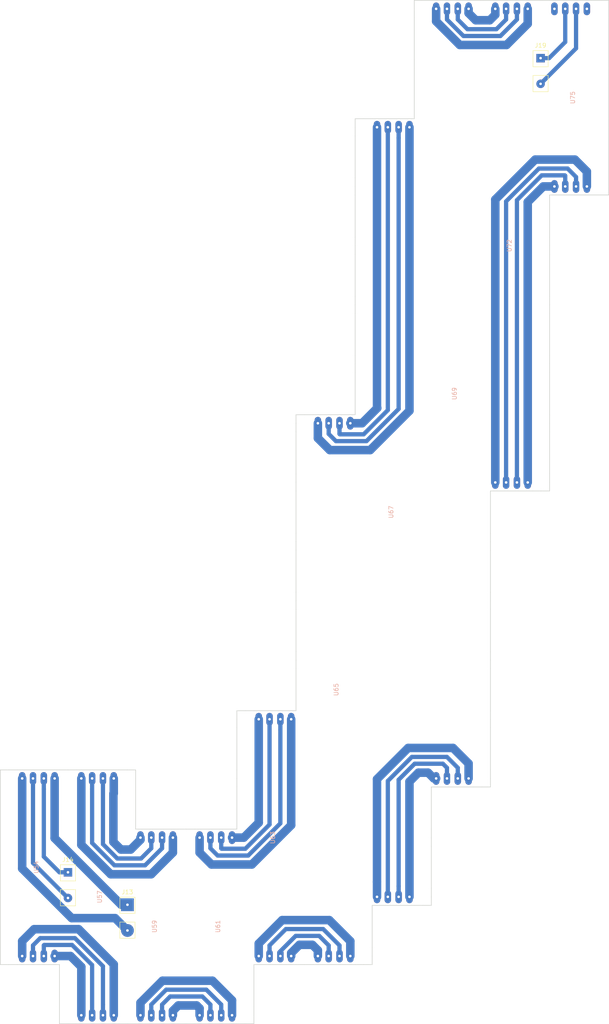
<source format=kicad_pcb>
(kicad_pcb (version 4) (host pcbnew 4.0.6)

  (general
    (links 42)
    (no_connects 0)
    (area 2.833199 2.3375 145.872101 242.6487)
    (thickness 1.6)
    (drawings 176)
    (tracks 201)
    (zones 0)
    (modules 13)
    (nets 43)
  )

  (page A4 portrait)
  (layers
    (0 F.Cu signal)
    (31 B.Cu signal)
    (32 B.Adhes user)
    (33 F.Adhes user hide)
    (34 B.Paste user)
    (35 F.Paste user hide)
    (36 B.SilkS user)
    (37 F.SilkS user hide)
    (38 B.Mask user)
    (39 F.Mask user hide)
    (40 Dwgs.User user)
    (41 Cmts.User user)
    (42 Eco1.User user)
    (43 Eco2.User user)
    (44 Edge.Cuts user)
    (45 Margin user hide)
    (46 B.CrtYd user)
    (47 F.CrtYd user hide)
    (48 B.Fab user)
    (49 F.Fab user)
  )

  (setup
    (last_trace_width 2)
    (trace_clearance 0.6)
    (zone_clearance 0.508)
    (zone_45_only no)
    (trace_min 0.2)
    (segment_width 0.2)
    (edge_width 0.15)
    (via_size 0.6)
    (via_drill 0.6)
    (via_min_size 0.4)
    (via_min_drill 0.3)
    (uvia_size 0.3)
    (uvia_drill 0.1)
    (uvias_allowed no)
    (uvia_min_size 0.2)
    (uvia_min_drill 0.1)
    (pcb_text_width 0.3)
    (pcb_text_size 1.5 1.5)
    (mod_edge_width 0.15)
    (mod_text_size 1 1)
    (mod_text_width 0.15)
    (pad_size 1.524 1.524)
    (pad_drill 0.6)
    (pad_to_mask_clearance 0.2)
    (aux_axis_origin 0 0)
    (visible_elements FFFFFFFF)
    (pcbplotparams
      (layerselection 0x01000_80000000)
      (usegerberextensions false)
      (excludeedgelayer true)
      (linewidth 0.100000)
      (plotframeref false)
      (viasonmask false)
      (mode 1)
      (useauxorigin false)
      (hpglpennumber 1)
      (hpglpenspeed 20)
      (hpglpendiameter 15)
      (hpglpenoverlay 2)
      (psnegative false)
      (psa4output false)
      (plotreference false)
      (plotvalue false)
      (plotinvisibletext false)
      (padsonsilk false)
      (subtractmaskfromsilk false)
      (outputformat 3)
      (mirror false)
      (drillshape 0)
      (scaleselection 1)
      (outputdirectory gerbers/))
  )

  (net 0 "")
  (net 1 +5V)
  (net 2 GND)
  (net 3 "Net-(U54-Pad5)")
  (net 4 "Net-(U54-Pad6)")
  (net 5 "Net-(U54-Pad7)")
  (net 6 "Net-(U54-Pad8)")
  (net 7 "Net-(U57-Pad5)")
  (net 8 "Net-(U57-Pad6)")
  (net 9 "Net-(U57-Pad7)")
  (net 10 "Net-(U57-Pad8)")
  (net 11 "Net-(U59-Pad5)")
  (net 12 "Net-(U59-Pad6)")
  (net 13 "Net-(U59-Pad7)")
  (net 14 "Net-(U59-Pad8)")
  (net 15 "Net-(U61-Pad5)")
  (net 16 "Net-(U61-Pad6)")
  (net 17 "Net-(U61-Pad7)")
  (net 18 "Net-(U61-Pad8)")
  (net 19 "Net-(U63-Pad5)")
  (net 20 "Net-(U63-Pad6)")
  (net 21 "Net-(U63-Pad7)")
  (net 22 "Net-(U63-Pad8)")
  (net 23 "Net-(U65-Pad5)")
  (net 24 "Net-(U65-Pad6)")
  (net 25 "Net-(U65-Pad7)")
  (net 26 "Net-(U65-Pad8)")
  (net 27 "Net-(U67-Pad5)")
  (net 28 "Net-(U67-Pad6)")
  (net 29 "Net-(U67-Pad7)")
  (net 30 "Net-(U67-Pad8)")
  (net 31 "Net-(U69-Pad5)")
  (net 32 "Net-(U69-Pad6)")
  (net 33 "Net-(U69-Pad7)")
  (net 34 "Net-(U69-Pad8)")
  (net 35 "Net-(U72-Pad5)")
  (net 36 "Net-(U72-Pad6)")
  (net 37 "Net-(U72-Pad7)")
  (net 38 "Net-(U72-Pad8)")
  (net 39 "Net-(J14-Pad1)")
  (net 40 "Net-(J14-Pad2)")
  (net 41 "Net-(J19-Pad1)")
  (net 42 "Net-(J19-Pad2)")

  (net_class Default "This is the default net class."
    (clearance 0.6)
    (trace_width 2)
    (via_dia 0.6)
    (via_drill 0.6)
    (uvia_dia 0.3)
    (uvia_drill 0.1)
    (add_net +5V)
    (add_net GND)
    (add_net "Net-(U54-Pad5)")
    (add_net "Net-(U54-Pad8)")
    (add_net "Net-(U57-Pad5)")
    (add_net "Net-(U57-Pad8)")
    (add_net "Net-(U59-Pad5)")
    (add_net "Net-(U59-Pad8)")
    (add_net "Net-(U61-Pad5)")
    (add_net "Net-(U61-Pad8)")
    (add_net "Net-(U63-Pad5)")
    (add_net "Net-(U63-Pad8)")
    (add_net "Net-(U65-Pad5)")
    (add_net "Net-(U65-Pad8)")
    (add_net "Net-(U67-Pad5)")
    (add_net "Net-(U67-Pad8)")
    (add_net "Net-(U69-Pad5)")
    (add_net "Net-(U69-Pad8)")
    (add_net "Net-(U72-Pad5)")
    (add_net "Net-(U72-Pad8)")
  )

  (net_class Signal ""
    (clearance 0.6)
    (trace_width 1)
    (via_dia 0.6)
    (via_drill 0.6)
    (uvia_dia 0.3)
    (uvia_drill 0.1)
    (add_net "Net-(J14-Pad1)")
    (add_net "Net-(J14-Pad2)")
    (add_net "Net-(J19-Pad1)")
    (add_net "Net-(J19-Pad2)")
    (add_net "Net-(U54-Pad6)")
    (add_net "Net-(U54-Pad7)")
    (add_net "Net-(U57-Pad6)")
    (add_net "Net-(U57-Pad7)")
    (add_net "Net-(U59-Pad6)")
    (add_net "Net-(U59-Pad7)")
    (add_net "Net-(U61-Pad6)")
    (add_net "Net-(U61-Pad7)")
    (add_net "Net-(U63-Pad6)")
    (add_net "Net-(U63-Pad7)")
    (add_net "Net-(U65-Pad6)")
    (add_net "Net-(U65-Pad7)")
    (add_net "Net-(U67-Pad6)")
    (add_net "Net-(U67-Pad7)")
    (add_net "Net-(U69-Pad6)")
    (add_net "Net-(U69-Pad7)")
    (add_net "Net-(U72-Pad6)")
    (add_net "Net-(U72-Pad7)")
  )

  (module apa102c_72m:APA102C_72m_x3 (layer B.Cu) (tedit 59559C0C) (tstamp 59559C0C)
    (at 11.8527 205.8264 270)
    (path /5954F143)
    (fp_text reference U54 (at 0 0.5 270) (layer B.SilkS)
      (effects (font (size 1 1) (thickness 0.15)))
    )
    (fp_text value APA102C_x3 (at 0 -0.5 270) (layer B.Fab)
      (effects (font (size 1 1) (thickness 0.15)))
    )
    (fp_line (start -20.8333 -5.08) (end -20.8333 5.08) (layer B.CrtYd) (width 0.15))
    (fp_line (start 20.8333 -5.08) (end -20.8333 -5.08) (layer B.CrtYd) (width 0.15))
    (fp_line (start 20.8333 5.08) (end 20.8333 -5.08) (layer B.CrtYd) (width 0.15))
    (fp_line (start -20.8333 5.08) (end 20.8333 5.08) (layer B.CrtYd) (width 0.15))
    (pad 1 thru_hole oval (at -20.8333 -3.81 270) (size 3 1.524) (drill 0.6) (layers *.Cu *.Mask)
      (net 2 GND))
    (pad 2 thru_hole oval (at -20.8333 -1.27 270) (size 3 1.524) (drill 0.6) (layers *.Cu *.Mask)
      (net 39 "Net-(J14-Pad1)"))
    (pad 3 thru_hole oval (at -20.8333 1.27 270) (size 3 1.524) (drill 0.6) (layers *.Cu *.Mask)
      (net 40 "Net-(J14-Pad2)"))
    (pad 4 thru_hole oval (at -20.8333 3.81 270) (size 3 1.524) (drill 0.6) (layers *.Cu *.Mask)
      (net 1 +5V))
    (pad 5 thru_hole oval (at 20.8333 -3.81 270) (size 3 1.524) (drill 0.6) (layers *.Cu *.Mask)
      (net 3 "Net-(U54-Pad5)"))
    (pad 6 thru_hole oval (at 20.8333 -1.27 270) (size 3 1.524) (drill 0.6) (layers *.Cu *.Mask)
      (net 4 "Net-(U54-Pad6)"))
    (pad 7 thru_hole oval (at 20.8333 1.27 270) (size 3 1.524) (drill 0.6) (layers *.Cu *.Mask)
      (net 5 "Net-(U54-Pad7)"))
    (pad 8 thru_hole oval (at 20.8333 3.81 270) (size 3 1.524) (drill 0.6) (layers *.Cu *.Mask)
      (net 6 "Net-(U54-Pad8)"))
  )

  (module apa102c_72m:APA102C_72m_x4 (layer B.Cu) (tedit 59559C0C) (tstamp 59559C0C)
    (at 25.7416 212.7709 90)
    (path /5954F146)
    (fp_text reference U57 (at 0 0.5 90) (layer B.SilkS)
      (effects (font (size 1 1) (thickness 0.15)))
    )
    (fp_text value APA102C_x4 (at 0 -0.5 90) (layer B.Fab)
      (effects (font (size 1 1) (thickness 0.15)))
    )
    (fp_line (start -27.7778 -5.08) (end -27.7778 5.08) (layer B.CrtYd) (width 0.15))
    (fp_line (start 27.7778 -5.08) (end -27.7778 -5.08) (layer B.CrtYd) (width 0.15))
    (fp_line (start 27.7778 5.08) (end 27.7778 -5.08) (layer B.CrtYd) (width 0.15))
    (fp_line (start -27.7778 5.08) (end 27.7778 5.08) (layer B.CrtYd) (width 0.15))
    (pad 1 thru_hole oval (at -27.7778 -3.81 90) (size 3 1.524) (drill 0.6) (layers *.Cu *.Mask)
      (net 3 "Net-(U54-Pad5)"))
    (pad 2 thru_hole oval (at -27.7778 -1.27 90) (size 3 1.524) (drill 0.6) (layers *.Cu *.Mask)
      (net 4 "Net-(U54-Pad6)"))
    (pad 3 thru_hole oval (at -27.7778 1.27 90) (size 3 1.524) (drill 0.6) (layers *.Cu *.Mask)
      (net 5 "Net-(U54-Pad7)"))
    (pad 4 thru_hole oval (at -27.7778 3.81 90) (size 3 1.524) (drill 0.6) (layers *.Cu *.Mask)
      (net 6 "Net-(U54-Pad8)"))
    (pad 5 thru_hole oval (at 27.7778 -3.81 90) (size 3 1.524) (drill 0.6) (layers *.Cu *.Mask)
      (net 7 "Net-(U57-Pad5)"))
    (pad 6 thru_hole oval (at 27.7778 -1.27 90) (size 3 1.524) (drill 0.6) (layers *.Cu *.Mask)
      (net 8 "Net-(U57-Pad6)"))
    (pad 7 thru_hole oval (at 27.7778 1.27 90) (size 3 1.524) (drill 0.6) (layers *.Cu *.Mask)
      (net 9 "Net-(U57-Pad7)"))
    (pad 8 thru_hole oval (at 27.7778 3.81 90) (size 3 1.524) (drill 0.6) (layers *.Cu *.Mask)
      (net 10 "Net-(U57-Pad8)"))
  )

  (module apa102c_72m:APA102C_72m_x3 (layer B.Cu) (tedit 59559C0C) (tstamp 59559C0C)
    (at 39.6304 219.7153 270)
    (path /5954F148)
    (fp_text reference U59 (at 0 0.5 270) (layer B.SilkS)
      (effects (font (size 1 1) (thickness 0.15)))
    )
    (fp_text value APA102C_x3 (at 0 -0.5 270) (layer B.Fab)
      (effects (font (size 1 1) (thickness 0.15)))
    )
    (fp_line (start -20.8333 -5.08) (end -20.8333 5.08) (layer B.CrtYd) (width 0.15))
    (fp_line (start 20.8333 -5.08) (end -20.8333 -5.08) (layer B.CrtYd) (width 0.15))
    (fp_line (start 20.8333 5.08) (end 20.8333 -5.08) (layer B.CrtYd) (width 0.15))
    (fp_line (start -20.8333 5.08) (end 20.8333 5.08) (layer B.CrtYd) (width 0.15))
    (pad 1 thru_hole oval (at -20.8333 -3.81 270) (size 3 1.524) (drill 0.6) (layers *.Cu *.Mask)
      (net 7 "Net-(U57-Pad5)"))
    (pad 2 thru_hole oval (at -20.8333 -1.27 270) (size 3 1.524) (drill 0.6) (layers *.Cu *.Mask)
      (net 8 "Net-(U57-Pad6)"))
    (pad 3 thru_hole oval (at -20.8333 1.27 270) (size 3 1.524) (drill 0.6) (layers *.Cu *.Mask)
      (net 9 "Net-(U57-Pad7)"))
    (pad 4 thru_hole oval (at -20.8333 3.81 270) (size 3 1.524) (drill 0.6) (layers *.Cu *.Mask)
      (net 10 "Net-(U57-Pad8)"))
    (pad 5 thru_hole oval (at 20.8333 -3.81 270) (size 3 1.524) (drill 0.6) (layers *.Cu *.Mask)
      (net 11 "Net-(U59-Pad5)"))
    (pad 6 thru_hole oval (at 20.8333 -1.27 270) (size 3 1.524) (drill 0.6) (layers *.Cu *.Mask)
      (net 12 "Net-(U59-Pad6)"))
    (pad 7 thru_hole oval (at 20.8333 1.27 270) (size 3 1.524) (drill 0.6) (layers *.Cu *.Mask)
      (net 13 "Net-(U59-Pad7)"))
    (pad 8 thru_hole oval (at 20.8333 3.81 270) (size 3 1.524) (drill 0.6) (layers *.Cu *.Mask)
      (net 14 "Net-(U59-Pad8)"))
  )

  (module apa102c_72m:APA102C_72m_x3 (layer B.Cu) (tedit 59559C0C) (tstamp 59559C0C)
    (at 53.5193 219.7153 90)
    (path /5954F14A)
    (fp_text reference U61 (at 0 0.5 90) (layer B.SilkS)
      (effects (font (size 1 1) (thickness 0.15)))
    )
    (fp_text value APA102C_x3 (at 0 -0.5 90) (layer B.Fab)
      (effects (font (size 1 1) (thickness 0.15)))
    )
    (fp_line (start -20.8333 -5.08) (end -20.8333 5.08) (layer B.CrtYd) (width 0.15))
    (fp_line (start 20.8333 -5.08) (end -20.8333 -5.08) (layer B.CrtYd) (width 0.15))
    (fp_line (start 20.8333 5.08) (end 20.8333 -5.08) (layer B.CrtYd) (width 0.15))
    (fp_line (start -20.8333 5.08) (end 20.8333 5.08) (layer B.CrtYd) (width 0.15))
    (pad 1 thru_hole oval (at -20.8333 -3.81 90) (size 3 1.524) (drill 0.6) (layers *.Cu *.Mask)
      (net 11 "Net-(U59-Pad5)"))
    (pad 2 thru_hole oval (at -20.8333 -1.27 90) (size 3 1.524) (drill 0.6) (layers *.Cu *.Mask)
      (net 12 "Net-(U59-Pad6)"))
    (pad 3 thru_hole oval (at -20.8333 1.27 90) (size 3 1.524) (drill 0.6) (layers *.Cu *.Mask)
      (net 13 "Net-(U59-Pad7)"))
    (pad 4 thru_hole oval (at -20.8333 3.81 90) (size 3 1.524) (drill 0.6) (layers *.Cu *.Mask)
      (net 14 "Net-(U59-Pad8)"))
    (pad 5 thru_hole oval (at 20.8333 -3.81 90) (size 3 1.524) (drill 0.6) (layers *.Cu *.Mask)
      (net 15 "Net-(U61-Pad5)"))
    (pad 6 thru_hole oval (at 20.8333 -1.27 90) (size 3 1.524) (drill 0.6) (layers *.Cu *.Mask)
      (net 16 "Net-(U61-Pad6)"))
    (pad 7 thru_hole oval (at 20.8333 1.27 90) (size 3 1.524) (drill 0.6) (layers *.Cu *.Mask)
      (net 17 "Net-(U61-Pad7)"))
    (pad 8 thru_hole oval (at 20.8333 3.81 90) (size 3 1.524) (drill 0.6) (layers *.Cu *.Mask)
      (net 18 "Net-(U61-Pad8)"))
  )

  (module apa102c_72m:APA102C_72m_x4 (layer B.Cu) (tedit 59559C0C) (tstamp 59559C0C)
    (at 67.4082 198.882 270)
    (path /5954F14C)
    (fp_text reference U63 (at 0 0.5 270) (layer B.SilkS)
      (effects (font (size 1 1) (thickness 0.15)))
    )
    (fp_text value APA102C_x4 (at 0 -0.5 270) (layer B.Fab)
      (effects (font (size 1 1) (thickness 0.15)))
    )
    (fp_line (start -27.7778 -5.08) (end -27.7778 5.08) (layer B.CrtYd) (width 0.15))
    (fp_line (start 27.7778 -5.08) (end -27.7778 -5.08) (layer B.CrtYd) (width 0.15))
    (fp_line (start 27.7778 5.08) (end 27.7778 -5.08) (layer B.CrtYd) (width 0.15))
    (fp_line (start -27.7778 5.08) (end 27.7778 5.08) (layer B.CrtYd) (width 0.15))
    (pad 1 thru_hole oval (at -27.7778 -3.81 270) (size 3 1.524) (drill 0.6) (layers *.Cu *.Mask)
      (net 15 "Net-(U61-Pad5)"))
    (pad 2 thru_hole oval (at -27.7778 -1.27 270) (size 3 1.524) (drill 0.6) (layers *.Cu *.Mask)
      (net 16 "Net-(U61-Pad6)"))
    (pad 3 thru_hole oval (at -27.7778 1.27 270) (size 3 1.524) (drill 0.6) (layers *.Cu *.Mask)
      (net 17 "Net-(U61-Pad7)"))
    (pad 4 thru_hole oval (at -27.7778 3.81 270) (size 3 1.524) (drill 0.6) (layers *.Cu *.Mask)
      (net 18 "Net-(U61-Pad8)"))
    (pad 5 thru_hole oval (at 27.7778 -3.81 270) (size 3 1.524) (drill 0.6) (layers *.Cu *.Mask)
      (net 19 "Net-(U63-Pad5)"))
    (pad 6 thru_hole oval (at 27.7778 -1.27 270) (size 3 1.524) (drill 0.6) (layers *.Cu *.Mask)
      (net 20 "Net-(U63-Pad6)"))
    (pad 7 thru_hole oval (at 27.7778 1.27 270) (size 3 1.524) (drill 0.6) (layers *.Cu *.Mask)
      (net 21 "Net-(U63-Pad7)"))
    (pad 8 thru_hole oval (at 27.7778 3.81 270) (size 3 1.524) (drill 0.6) (layers *.Cu *.Mask)
      (net 22 "Net-(U63-Pad8)"))
  )

  (module apa102c_72m:APA102C_72m_x9 (layer B.Cu) (tedit 59559C0C) (tstamp 59559C0C)
    (at 81.2971 164.1598 90)
    (path /5954F14E)
    (fp_text reference U65 (at 0 0.5 90) (layer B.SilkS)
      (effects (font (size 1 1) (thickness 0.15)))
    )
    (fp_text value APA102C_x9 (at 0 -0.5 90) (layer B.Fab)
      (effects (font (size 1 1) (thickness 0.15)))
    )
    (fp_line (start -62.5 -5.08) (end -62.5 5.08) (layer B.CrtYd) (width 0.15))
    (fp_line (start 62.5 -5.08) (end -62.5 -5.08) (layer B.CrtYd) (width 0.15))
    (fp_line (start 62.5 5.08) (end 62.5 -5.08) (layer B.CrtYd) (width 0.15))
    (fp_line (start -62.5 5.08) (end 62.5 5.08) (layer B.CrtYd) (width 0.15))
    (pad 1 thru_hole oval (at -62.5 -3.81 90) (size 3 1.524) (drill 0.6) (layers *.Cu *.Mask)
      (net 19 "Net-(U63-Pad5)"))
    (pad 2 thru_hole oval (at -62.5 -1.27 90) (size 3 1.524) (drill 0.6) (layers *.Cu *.Mask)
      (net 20 "Net-(U63-Pad6)"))
    (pad 3 thru_hole oval (at -62.5 1.27 90) (size 3 1.524) (drill 0.6) (layers *.Cu *.Mask)
      (net 21 "Net-(U63-Pad7)"))
    (pad 4 thru_hole oval (at -62.5 3.81 90) (size 3 1.524) (drill 0.6) (layers *.Cu *.Mask)
      (net 22 "Net-(U63-Pad8)"))
    (pad 5 thru_hole oval (at 62.5 -3.81 90) (size 3 1.524) (drill 0.6) (layers *.Cu *.Mask)
      (net 23 "Net-(U65-Pad5)"))
    (pad 6 thru_hole oval (at 62.5 -1.27 90) (size 3 1.524) (drill 0.6) (layers *.Cu *.Mask)
      (net 24 "Net-(U65-Pad6)"))
    (pad 7 thru_hole oval (at 62.5 1.27 90) (size 3 1.524) (drill 0.6) (layers *.Cu *.Mask)
      (net 25 "Net-(U65-Pad7)"))
    (pad 8 thru_hole oval (at 62.5 3.81 90) (size 3 1.524) (drill 0.6) (layers *.Cu *.Mask)
      (net 26 "Net-(U65-Pad8)"))
  )

  (module apa102c_72m:APA102C_72m_x13 (layer B.Cu) (tedit 59559C0C) (tstamp 59559C0C)
    (at 95.186 122.4931 270)
    (path /5954F150)
    (fp_text reference U67 (at 0 0.5 270) (layer B.SilkS)
      (effects (font (size 1 1) (thickness 0.15)))
    )
    (fp_text value APA102C_x13 (at 0 -0.5 270) (layer B.Fab)
      (effects (font (size 1 1) (thickness 0.15)))
    )
    (fp_line (start -90.2778 -5.08) (end -90.2778 5.08) (layer B.CrtYd) (width 0.15))
    (fp_line (start 90.2778 -5.08) (end -90.2778 -5.08) (layer B.CrtYd) (width 0.15))
    (fp_line (start 90.2778 5.08) (end 90.2778 -5.08) (layer B.CrtYd) (width 0.15))
    (fp_line (start -90.2778 5.08) (end 90.2778 5.08) (layer B.CrtYd) (width 0.15))
    (pad 1 thru_hole oval (at -90.2778 -3.81 270) (size 3 1.524) (drill 0.6) (layers *.Cu *.Mask)
      (net 23 "Net-(U65-Pad5)"))
    (pad 2 thru_hole oval (at -90.2778 -1.27 270) (size 3 1.524) (drill 0.6) (layers *.Cu *.Mask)
      (net 24 "Net-(U65-Pad6)"))
    (pad 3 thru_hole oval (at -90.2778 1.27 270) (size 3 1.524) (drill 0.6) (layers *.Cu *.Mask)
      (net 25 "Net-(U65-Pad7)"))
    (pad 4 thru_hole oval (at -90.2778 3.81 270) (size 3 1.524) (drill 0.6) (layers *.Cu *.Mask)
      (net 26 "Net-(U65-Pad8)"))
    (pad 5 thru_hole oval (at 90.2778 -3.81 270) (size 3 1.524) (drill 0.6) (layers *.Cu *.Mask)
      (net 27 "Net-(U67-Pad5)"))
    (pad 6 thru_hole oval (at 90.2778 -1.27 270) (size 3 1.524) (drill 0.6) (layers *.Cu *.Mask)
      (net 28 "Net-(U67-Pad6)"))
    (pad 7 thru_hole oval (at 90.2778 1.27 270) (size 3 1.524) (drill 0.6) (layers *.Cu *.Mask)
      (net 29 "Net-(U67-Pad7)"))
    (pad 8 thru_hole oval (at 90.2778 3.81 270) (size 3 1.524) (drill 0.6) (layers *.Cu *.Mask)
      (net 30 "Net-(U67-Pad8)"))
  )

  (module apa102c_72m:APA102C_72m_x13 (layer B.Cu) (tedit 59559C0C) (tstamp 59559C0C)
    (at 109.0749 94.7153 90)
    (path /5954F152)
    (fp_text reference U69 (at 0 0.5 90) (layer B.SilkS)
      (effects (font (size 1 1) (thickness 0.15)))
    )
    (fp_text value APA102C_x13 (at 0 -0.5 90) (layer B.Fab)
      (effects (font (size 1 1) (thickness 0.15)))
    )
    (fp_line (start -90.2778 -5.08) (end -90.2778 5.08) (layer B.CrtYd) (width 0.15))
    (fp_line (start 90.2778 -5.08) (end -90.2778 -5.08) (layer B.CrtYd) (width 0.15))
    (fp_line (start 90.2778 5.08) (end 90.2778 -5.08) (layer B.CrtYd) (width 0.15))
    (fp_line (start -90.2778 5.08) (end 90.2778 5.08) (layer B.CrtYd) (width 0.15))
    (pad 1 thru_hole oval (at -90.2778 -3.81 90) (size 3 1.524) (drill 0.6) (layers *.Cu *.Mask)
      (net 27 "Net-(U67-Pad5)"))
    (pad 2 thru_hole oval (at -90.2778 -1.27 90) (size 3 1.524) (drill 0.6) (layers *.Cu *.Mask)
      (net 28 "Net-(U67-Pad6)"))
    (pad 3 thru_hole oval (at -90.2778 1.27 90) (size 3 1.524) (drill 0.6) (layers *.Cu *.Mask)
      (net 29 "Net-(U67-Pad7)"))
    (pad 4 thru_hole oval (at -90.2778 3.81 90) (size 3 1.524) (drill 0.6) (layers *.Cu *.Mask)
      (net 30 "Net-(U67-Pad8)"))
    (pad 5 thru_hole oval (at 90.2778 -3.81 90) (size 3 1.524) (drill 0.6) (layers *.Cu *.Mask)
      (net 31 "Net-(U69-Pad5)"))
    (pad 6 thru_hole oval (at 90.2778 -1.27 90) (size 3 1.524) (drill 0.6) (layers *.Cu *.Mask)
      (net 32 "Net-(U69-Pad6)"))
    (pad 7 thru_hole oval (at 90.2778 1.27 90) (size 3 1.524) (drill 0.6) (layers *.Cu *.Mask)
      (net 33 "Net-(U69-Pad7)"))
    (pad 8 thru_hole oval (at 90.2778 3.81 90) (size 3 1.524) (drill 0.6) (layers *.Cu *.Mask)
      (net 34 "Net-(U69-Pad8)"))
  )

  (module apa102c_72m:APA102C_72m_x8 (layer B.Cu) (tedit 59559C0C) (tstamp 59559C0C)
    (at 122.9638 59.9931 270)
    (path /5954F155)
    (fp_text reference U72 (at 0 0.5 270) (layer B.SilkS)
      (effects (font (size 1 1) (thickness 0.15)))
    )
    (fp_text value APA102C_x8 (at 0 -0.5 270) (layer B.Fab)
      (effects (font (size 1 1) (thickness 0.15)))
    )
    (fp_line (start -55.5556 -5.08) (end -55.5556 5.08) (layer B.CrtYd) (width 0.15))
    (fp_line (start 55.5556 -5.08) (end -55.5556 -5.08) (layer B.CrtYd) (width 0.15))
    (fp_line (start 55.5556 5.08) (end 55.5556 -5.08) (layer B.CrtYd) (width 0.15))
    (fp_line (start -55.5556 5.08) (end 55.5556 5.08) (layer B.CrtYd) (width 0.15))
    (pad 1 thru_hole oval (at -55.5556 -3.81 270) (size 3 1.524) (drill 0.6) (layers *.Cu *.Mask)
      (net 31 "Net-(U69-Pad5)"))
    (pad 2 thru_hole oval (at -55.5556 -1.27 270) (size 3 1.524) (drill 0.6) (layers *.Cu *.Mask)
      (net 32 "Net-(U69-Pad6)"))
    (pad 3 thru_hole oval (at -55.5556 1.27 270) (size 3 1.524) (drill 0.6) (layers *.Cu *.Mask)
      (net 33 "Net-(U69-Pad7)"))
    (pad 4 thru_hole oval (at -55.5556 3.81 270) (size 3 1.524) (drill 0.6) (layers *.Cu *.Mask)
      (net 34 "Net-(U69-Pad8)"))
    (pad 5 thru_hole oval (at 55.5556 -3.81 270) (size 3 1.524) (drill 0.6) (layers *.Cu *.Mask)
      (net 35 "Net-(U72-Pad5)"))
    (pad 6 thru_hole oval (at 55.5556 -1.27 270) (size 3 1.524) (drill 0.6) (layers *.Cu *.Mask)
      (net 36 "Net-(U72-Pad6)"))
    (pad 7 thru_hole oval (at 55.5556 1.27 270) (size 3 1.524) (drill 0.6) (layers *.Cu *.Mask)
      (net 37 "Net-(U72-Pad7)"))
    (pad 8 thru_hole oval (at 55.5556 3.81 270) (size 3 1.524) (drill 0.6) (layers *.Cu *.Mask)
      (net 38 "Net-(U72-Pad8)"))
  )

  (module apa102c_72m:APA102C_72m_x3 (layer B.Cu) (tedit 59559C0C) (tstamp 59559C0C)
    (at 136.8527 25.2709 90)
    (path /5954F158)
    (fp_text reference U75 (at 0 0.5 90) (layer B.SilkS)
      (effects (font (size 1 1) (thickness 0.15)))
    )
    (fp_text value APA102C_x3 (at 0 -0.5 90) (layer B.Fab)
      (effects (font (size 1 1) (thickness 0.15)))
    )
    (fp_line (start -20.8333 -5.08) (end -20.8333 5.08) (layer B.CrtYd) (width 0.15))
    (fp_line (start 20.8333 -5.08) (end -20.8333 -5.08) (layer B.CrtYd) (width 0.15))
    (fp_line (start 20.8333 5.08) (end 20.8333 -5.08) (layer B.CrtYd) (width 0.15))
    (fp_line (start -20.8333 5.08) (end 20.8333 5.08) (layer B.CrtYd) (width 0.15))
    (pad 1 thru_hole oval (at -20.8333 -3.81 90) (size 3 1.524) (drill 0.6) (layers *.Cu *.Mask)
      (net 35 "Net-(U72-Pad5)"))
    (pad 2 thru_hole oval (at -20.8333 -1.27 90) (size 3 1.524) (drill 0.6) (layers *.Cu *.Mask)
      (net 36 "Net-(U72-Pad6)"))
    (pad 3 thru_hole oval (at -20.8333 1.27 90) (size 3 1.524) (drill 0.6) (layers *.Cu *.Mask)
      (net 37 "Net-(U72-Pad7)"))
    (pad 4 thru_hole oval (at -20.8333 3.81 90) (size 3 1.524) (drill 0.6) (layers *.Cu *.Mask)
      (net 38 "Net-(U72-Pad8)"))
    (pad 5 thru_hole oval (at 20.8333 -3.81 90) (size 3 1.524) (drill 0.6) (layers *.Cu *.Mask))
    (pad 6 thru_hole oval (at 20.8333 -1.27 90) (size 3 1.524) (drill 0.6) (layers *.Cu *.Mask)
      (net 41 "Net-(J19-Pad1)"))
    (pad 7 thru_hole oval (at 20.8333 1.27 90) (size 3 1.524) (drill 0.6) (layers *.Cu *.Mask)
      (net 42 "Net-(J19-Pad2)"))
    (pad 8 thru_hole oval (at 20.8333 3.81 90) (size 3 1.524) (drill 0.6) (layers *.Cu *.Mask))
  )

  (module connector:Sign_Connector (layer F.Cu) (tedit 59623399) (tstamp 596234DF)
    (at 129.794 18.034)
    (descr "Sign connector")
    (path /5969201B)
    (fp_text reference J19 (at 0 -5) (layer F.SilkS)
      (effects (font (size 1 1) (thickness 0.15)))
    )
    (fp_text value CONN_01X02 (at 0 7) (layer F.Fab)
      (effects (font (size 1 1) (thickness 0.15)))
    )
    (fp_line (start -1.778 -3.81) (end -1.778 5.842) (layer F.Fab) (width 0.1))
    (fp_line (start -1.778 5.842) (end 1.778 5.842) (layer F.Fab) (width 0.1))
    (fp_line (start 1.778 5.842) (end 1.778 -3.81) (layer F.Fab) (width 0.1))
    (fp_line (start 1.778 -3.81) (end -1.778 -3.81) (layer F.Fab) (width 0.1))
    (fp_line (start -1.778 2.032) (end -1.778 5.842) (layer F.SilkS) (width 0.12))
    (fp_line (start -1.778 5.842) (end 1.778 5.842) (layer F.SilkS) (width 0.12))
    (fp_line (start 1.778 5.842) (end 1.778 2.032) (layer F.SilkS) (width 0.12))
    (fp_line (start 1.778 2.032) (end -1.778 2.032) (layer F.SilkS) (width 0.12))
    (fp_line (start -1.778 0) (end -1.778 -3.81) (layer F.SilkS) (width 0.12))
    (fp_line (start -1.778 0) (end 1.778 0) (layer F.SilkS) (width 0.12))
    (fp_line (start -2.032 -4.064) (end -2.032 6.096) (layer F.CrtYd) (width 0.05))
    (fp_line (start -2.032 6.096) (end 2.032 6.096) (layer F.CrtYd) (width 0.05))
    (fp_line (start 2.032 6.096) (end 2.032 -4.064) (layer F.CrtYd) (width 0.05))
    (fp_line (start 2.032 -4.064) (end -2.032 -4.064) (layer F.CrtYd) (width 0.05))
    (fp_text user %R (at 0 -5) (layer F.Fab)
      (effects (font (size 1 1) (thickness 0.15)))
    )
    (fp_line (start 1.778 0) (end 1.778 -3.81) (layer F.SilkS) (width 0.12))
    (fp_line (start -1.778 -3.81) (end 1.778 -3.81) (layer F.SilkS) (width 0.12))
    (pad 1 thru_hole rect (at 0 -2.032) (size 2 2) (drill 0.6) (layers *.Cu *.Mask)
      (net 41 "Net-(J19-Pad1)"))
    (pad 2 thru_hole oval (at 0 4) (size 2 2) (drill 0.6) (layers *.Cu *.Mask)
      (net 42 "Net-(J19-Pad2)"))
    (model ${KISYS3DMOD}/Pin_Headers.3dshapes/Pin_Header_Straight_1x02_Pitch2.54mm.wrl
      (at (xyz 0 -0.05 0))
      (scale (xyz 1 1 1))
      (rotate (xyz 0 0 90))
    )
  )

  (module connector:Sign_Connector (layer F.Cu) (tedit 59623399) (tstamp 596234C6)
    (at 18.796 209.042)
    (descr "Sign connector")
    (path /59686EFA)
    (fp_text reference J14 (at 0 -5) (layer F.SilkS)
      (effects (font (size 1 1) (thickness 0.15)))
    )
    (fp_text value CONN_01X02 (at 0 7) (layer F.Fab)
      (effects (font (size 1 1) (thickness 0.15)))
    )
    (fp_line (start -1.778 -3.81) (end -1.778 5.842) (layer F.Fab) (width 0.1))
    (fp_line (start -1.778 5.842) (end 1.778 5.842) (layer F.Fab) (width 0.1))
    (fp_line (start 1.778 5.842) (end 1.778 -3.81) (layer F.Fab) (width 0.1))
    (fp_line (start 1.778 -3.81) (end -1.778 -3.81) (layer F.Fab) (width 0.1))
    (fp_line (start -1.778 2.032) (end -1.778 5.842) (layer F.SilkS) (width 0.12))
    (fp_line (start -1.778 5.842) (end 1.778 5.842) (layer F.SilkS) (width 0.12))
    (fp_line (start 1.778 5.842) (end 1.778 2.032) (layer F.SilkS) (width 0.12))
    (fp_line (start 1.778 2.032) (end -1.778 2.032) (layer F.SilkS) (width 0.12))
    (fp_line (start -1.778 0) (end -1.778 -3.81) (layer F.SilkS) (width 0.12))
    (fp_line (start -1.778 0) (end 1.778 0) (layer F.SilkS) (width 0.12))
    (fp_line (start -2.032 -4.064) (end -2.032 6.096) (layer F.CrtYd) (width 0.05))
    (fp_line (start -2.032 6.096) (end 2.032 6.096) (layer F.CrtYd) (width 0.05))
    (fp_line (start 2.032 6.096) (end 2.032 -4.064) (layer F.CrtYd) (width 0.05))
    (fp_line (start 2.032 -4.064) (end -2.032 -4.064) (layer F.CrtYd) (width 0.05))
    (fp_text user %R (at 0 -5) (layer F.Fab)
      (effects (font (size 1 1) (thickness 0.15)))
    )
    (fp_line (start 1.778 0) (end 1.778 -3.81) (layer F.SilkS) (width 0.12))
    (fp_line (start -1.778 -3.81) (end 1.778 -3.81) (layer F.SilkS) (width 0.12))
    (pad 1 thru_hole rect (at 0 -2.032) (size 2 2) (drill 0.6) (layers *.Cu *.Mask)
      (net 39 "Net-(J14-Pad1)"))
    (pad 2 thru_hole oval (at 0 4) (size 2 2) (drill 0.6) (layers *.Cu *.Mask)
      (net 40 "Net-(J14-Pad2)"))
    (model ${KISYS3DMOD}/Pin_Headers.3dshapes/Pin_Header_Straight_1x02_Pitch2.54mm.wrl
      (at (xyz 0 -0.05 0))
      (scale (xyz 1 1 1))
      (rotate (xyz 0 0 90))
    )
  )

  (module connector:Power_Connector (layer F.Cu) (tedit 596231DD) (tstamp 5962F43F)
    (at 32.766 216.662)
    (descr "Power connector")
    (path /59686EF4)
    (fp_text reference J13 (at 0 -5) (layer F.SilkS)
      (effects (font (size 1 1) (thickness 0.15)))
    )
    (fp_text value CONN_01X02 (at 0 7) (layer F.Fab)
      (effects (font (size 1 1) (thickness 0.15)))
    )
    (fp_line (start -1.778 -3.81) (end -1.778 5.842) (layer F.Fab) (width 0.1))
    (fp_line (start -1.778 5.842) (end 1.778 5.842) (layer F.Fab) (width 0.1))
    (fp_line (start 1.778 5.842) (end 1.778 -3.81) (layer F.Fab) (width 0.1))
    (fp_line (start 1.778 -3.81) (end -1.778 -3.81) (layer F.Fab) (width 0.1))
    (fp_line (start -1.778 2.032) (end -1.778 5.842) (layer F.SilkS) (width 0.12))
    (fp_line (start -1.778 5.842) (end 1.778 5.842) (layer F.SilkS) (width 0.12))
    (fp_line (start 1.778 5.842) (end 1.778 2.032) (layer F.SilkS) (width 0.12))
    (fp_line (start 1.778 2.032) (end -1.778 2.032) (layer F.SilkS) (width 0.12))
    (fp_line (start -1.778 0) (end -1.778 -3.81) (layer F.SilkS) (width 0.12))
    (fp_line (start -1.778 0) (end 1.778 0) (layer F.SilkS) (width 0.12))
    (fp_line (start -2.032 -4.064) (end -2.032 6.096) (layer F.CrtYd) (width 0.05))
    (fp_line (start -2.032 6.096) (end 2.032 6.096) (layer F.CrtYd) (width 0.05))
    (fp_line (start 2.032 6.096) (end 2.032 -4.064) (layer F.CrtYd) (width 0.05))
    (fp_line (start 2.032 -4.064) (end -2.032 -4.064) (layer F.CrtYd) (width 0.05))
    (fp_text user %R (at 0 -5) (layer F.Fab)
      (effects (font (size 1 1) (thickness 0.15)))
    )
    (fp_line (start 1.778 0) (end 1.778 -3.81) (layer F.SilkS) (width 0.12))
    (fp_line (start -1.778 -3.81) (end 1.778 -3.81) (layer F.SilkS) (width 0.12))
    (pad 1 thru_hole rect (at 0 -2.032) (size 3 3) (drill 0.6) (layers *.Cu *.Mask)
      (net 2 GND))
    (pad 2 thru_hole oval (at 0 4) (size 3 3) (drill 0.6) (layers *.Cu *.Mask)
      (net 1 +5V))
    (model ${KISYS3DMOD}/Pin_Headers.3dshapes/Pin_Header_Straight_1x02_Pitch2.54mm.wrl
      (at (xyz 0 -0.05 0))
      (scale (xyz 1 1 1))
      (rotate (xyz 0 0 90))
    )
  )

  (gr_line (start 100.1304 2.4376) (end 102.1304 2.4376) (layer Edge.Cuts) (width 0.15))
  (gr_line (start 100.1304 2.4376) (end 100.1304 4.4376) (layer Edge.Cuts) (width 0.15))
  (gr_line (start 104.1304 2.4376) (end 114.0193 2.4376) (layer Edge.Cuts) (width 0.15))
  (gr_line (start 114.0193 2.4376) (end 116.0193 2.4376) (layer Edge.Cuts) (width 0.15))
  (gr_line (start 102.1304 2.4376) (end 104.1304 2.4376) (layer Edge.Cuts) (width 0.15))
  (gr_line (start 118.0193 2.4376) (end 127.9082 2.4376) (layer Edge.Cuts) (width 0.15))
  (gr_line (start 127.9082 2.4376) (end 129.9082 2.4376) (layer Edge.Cuts) (width 0.15))
  (gr_line (start 116.0193 2.4376) (end 118.0193 2.4376) (layer Edge.Cuts) (width 0.15))
  (gr_line (start 131.9082 2.4376) (end 141.7971 2.4376) (layer Edge.Cuts) (width 0.15))
  (gr_line (start 141.7971 2.4376) (end 143.7971 2.4376) (layer Edge.Cuts) (width 0.15))
  (gr_line (start 129.9082 2.4376) (end 131.9082 2.4376) (layer Edge.Cuts) (width 0.15))
  (gr_line (start 145.7971 2.4376) (end 145.7971 4.4376) (layer Edge.Cuts) (width 0.15))
  (gr_line (start 143.7971 2.4376) (end 145.7971 2.4376) (layer Edge.Cuts) (width 0.15))
  (gr_line (start 100.1304 4.4376) (end 100.1304 6.4376) (layer Edge.Cuts) (width 0.15))
  (gr_line (start 100.1304 16.3264) (end 100.1304 18.3264) (layer Edge.Cuts) (width 0.15))
  (gr_line (start 100.1304 6.4376) (end 100.1304 16.3264) (layer Edge.Cuts) (width 0.15))
  (gr_line (start 145.7971 4.4376) (end 145.7971 6.4376) (layer Edge.Cuts) (width 0.15))
  (gr_line (start 145.7971 6.4376) (end 145.7971 16.3264) (layer Edge.Cuts) (width 0.15))
  (gr_line (start 145.7971 16.3264) (end 145.7971 18.3264) (layer Edge.Cuts) (width 0.15))
  (gr_line (start 86.2416 30.2153) (end 88.2416 30.2153) (layer Edge.Cuts) (width 0.15))
  (gr_line (start 86.2416 30.2153) (end 86.2416 32.2153) (layer Edge.Cuts) (width 0.15))
  (gr_line (start 100.1304 18.3264) (end 100.1304 20.3264) (layer Edge.Cuts) (width 0.15))
  (gr_line (start 90.2416 30.2153) (end 100.1304 30.2153) (layer Edge.Cuts) (width 0.15))
  (gr_line (start 88.2416 30.2153) (end 90.2416 30.2153) (layer Edge.Cuts) (width 0.15))
  (gr_line (start 100.1304 20.3264) (end 100.1304 30.2153) (layer Edge.Cuts) (width 0.15))
  (gr_line (start 145.7971 18.3264) (end 145.7971 20.3264) (layer Edge.Cuts) (width 0.15))
  (gr_line (start 145.7971 20.3264) (end 145.7971 30.2153) (layer Edge.Cuts) (width 0.15))
  (gr_line (start 145.7971 30.2153) (end 145.7971 32.2153) (layer Edge.Cuts) (width 0.15))
  (gr_line (start 86.2416 32.2153) (end 86.2416 34.2153) (layer Edge.Cuts) (width 0.15))
  (gr_line (start 86.2416 44.1042) (end 86.2416 46.1042) (layer Edge.Cuts) (width 0.15))
  (gr_line (start 86.2416 34.2153) (end 86.2416 44.1042) (layer Edge.Cuts) (width 0.15))
  (gr_line (start 145.7971 32.2153) (end 145.7971 34.2153) (layer Edge.Cuts) (width 0.15))
  (gr_line (start 145.7971 34.2153) (end 145.7971 44.1042) (layer Edge.Cuts) (width 0.15))
  (gr_line (start 145.7971 44.1042) (end 145.7971 46.1042) (layer Edge.Cuts) (width 0.15))
  (gr_line (start 86.2416 46.1042) (end 86.2416 48.1042) (layer Edge.Cuts) (width 0.15))
  (gr_line (start 86.2416 57.9931) (end 86.2416 59.9931) (layer Edge.Cuts) (width 0.15))
  (gr_line (start 86.2416 48.1042) (end 86.2416 57.9931) (layer Edge.Cuts) (width 0.15))
  (gr_line (start 131.9082 48.1042) (end 141.7971 48.1042) (layer Edge.Cuts) (width 0.15))
  (gr_line (start 141.7971 48.1042) (end 143.7971 48.1042) (layer Edge.Cuts) (width 0.15))
  (gr_line (start 131.9082 48.1042) (end 131.9082 57.9931) (layer Edge.Cuts) (width 0.15))
  (gr_line (start 131.9082 57.9931) (end 131.9082 59.9931) (layer Edge.Cuts) (width 0.15))
  (gr_line (start 145.7971 46.1042) (end 145.7971 48.1042) (layer Edge.Cuts) (width 0.15))
  (gr_line (start 143.7971 48.1042) (end 145.7971 48.1042) (layer Edge.Cuts) (width 0.15))
  (gr_line (start 86.2416 59.9931) (end 86.2416 61.9931) (layer Edge.Cuts) (width 0.15))
  (gr_line (start 86.2416 71.882) (end 86.2416 73.882) (layer Edge.Cuts) (width 0.15))
  (gr_line (start 86.2416 61.9931) (end 86.2416 71.882) (layer Edge.Cuts) (width 0.15))
  (gr_line (start 131.9082 59.9931) (end 131.9082 61.9931) (layer Edge.Cuts) (width 0.15))
  (gr_line (start 131.9082 61.9931) (end 131.9082 71.882) (layer Edge.Cuts) (width 0.15))
  (gr_line (start 131.9082 71.882) (end 131.9082 73.882) (layer Edge.Cuts) (width 0.15))
  (gr_line (start 86.2416 73.882) (end 86.2416 75.882) (layer Edge.Cuts) (width 0.15))
  (gr_line (start 86.2416 85.7709) (end 86.2416 87.7709) (layer Edge.Cuts) (width 0.15))
  (gr_line (start 86.2416 75.882) (end 86.2416 85.7709) (layer Edge.Cuts) (width 0.15))
  (gr_line (start 131.9082 73.882) (end 131.9082 75.882) (layer Edge.Cuts) (width 0.15))
  (gr_line (start 131.9082 75.882) (end 131.9082 85.7709) (layer Edge.Cuts) (width 0.15))
  (gr_line (start 131.9082 85.7709) (end 131.9082 87.7709) (layer Edge.Cuts) (width 0.15))
  (gr_line (start 72.3527 99.6598) (end 74.3527 99.6598) (layer Edge.Cuts) (width 0.15))
  (gr_line (start 72.3527 99.6598) (end 72.3527 101.6598) (layer Edge.Cuts) (width 0.15))
  (gr_line (start 86.2416 87.7709) (end 86.2416 89.7709) (layer Edge.Cuts) (width 0.15))
  (gr_line (start 76.3527 99.6598) (end 86.2416 99.6598) (layer Edge.Cuts) (width 0.15))
  (gr_line (start 74.3527 99.6598) (end 76.3527 99.6598) (layer Edge.Cuts) (width 0.15))
  (gr_line (start 86.2416 89.7709) (end 86.2416 99.6598) (layer Edge.Cuts) (width 0.15))
  (gr_line (start 131.9082 87.7709) (end 131.9082 89.7709) (layer Edge.Cuts) (width 0.15))
  (gr_line (start 131.9082 89.7709) (end 131.9082 99.6598) (layer Edge.Cuts) (width 0.15))
  (gr_line (start 131.9082 99.6598) (end 131.9082 101.6598) (layer Edge.Cuts) (width 0.15))
  (gr_line (start 72.3527 101.6598) (end 72.3527 103.6598) (layer Edge.Cuts) (width 0.15))
  (gr_line (start 72.3527 113.5487) (end 72.3527 115.5487) (layer Edge.Cuts) (width 0.15))
  (gr_line (start 72.3527 103.6598) (end 72.3527 113.5487) (layer Edge.Cuts) (width 0.15))
  (gr_line (start 131.9082 101.6598) (end 131.9082 103.6598) (layer Edge.Cuts) (width 0.15))
  (gr_line (start 131.9082 103.6598) (end 131.9082 113.5487) (layer Edge.Cuts) (width 0.15))
  (gr_line (start 131.9082 113.5487) (end 131.9082 115.5487) (layer Edge.Cuts) (width 0.15))
  (gr_line (start 72.3527 115.5487) (end 72.3527 117.5487) (layer Edge.Cuts) (width 0.15))
  (gr_line (start 72.3527 127.4376) (end 72.3527 129.4376) (layer Edge.Cuts) (width 0.15))
  (gr_line (start 72.3527 117.5487) (end 72.3527 127.4376) (layer Edge.Cuts) (width 0.15))
  (gr_line (start 118.0193 117.5487) (end 127.9082 117.5487) (layer Edge.Cuts) (width 0.15))
  (gr_line (start 127.9082 117.5487) (end 129.9082 117.5487) (layer Edge.Cuts) (width 0.15))
  (gr_line (start 118.0193 117.5487) (end 118.0193 127.4376) (layer Edge.Cuts) (width 0.15))
  (gr_line (start 118.0193 127.4376) (end 118.0193 129.4376) (layer Edge.Cuts) (width 0.15))
  (gr_line (start 131.9082 115.5487) (end 131.9082 117.5487) (layer Edge.Cuts) (width 0.15))
  (gr_line (start 129.9082 117.5487) (end 131.9082 117.5487) (layer Edge.Cuts) (width 0.15))
  (gr_line (start 72.3527 129.4376) (end 72.3527 131.4376) (layer Edge.Cuts) (width 0.15))
  (gr_line (start 72.3527 141.3264) (end 72.3527 143.3264) (layer Edge.Cuts) (width 0.15))
  (gr_line (start 72.3527 131.4376) (end 72.3527 141.3264) (layer Edge.Cuts) (width 0.15))
  (gr_line (start 118.0193 129.4376) (end 118.0193 131.4376) (layer Edge.Cuts) (width 0.15))
  (gr_line (start 118.0193 131.4376) (end 118.0193 141.3264) (layer Edge.Cuts) (width 0.15))
  (gr_line (start 118.0193 141.3264) (end 118.0193 143.3264) (layer Edge.Cuts) (width 0.15))
  (gr_line (start 72.3527 143.3264) (end 72.3527 145.3264) (layer Edge.Cuts) (width 0.15))
  (gr_line (start 72.3527 155.2153) (end 72.3527 157.2153) (layer Edge.Cuts) (width 0.15))
  (gr_line (start 72.3527 145.3264) (end 72.3527 155.2153) (layer Edge.Cuts) (width 0.15))
  (gr_line (start 118.0193 143.3264) (end 118.0193 145.3264) (layer Edge.Cuts) (width 0.15))
  (gr_line (start 118.0193 145.3264) (end 118.0193 155.2153) (layer Edge.Cuts) (width 0.15))
  (gr_line (start 118.0193 155.2153) (end 118.0193 157.2153) (layer Edge.Cuts) (width 0.15))
  (gr_line (start 58.4638 169.1042) (end 60.4638 169.1042) (layer Edge.Cuts) (width 0.15))
  (gr_line (start 58.4638 169.1042) (end 58.4638 171.1042) (layer Edge.Cuts) (width 0.15))
  (gr_line (start 72.3527 157.2153) (end 72.3527 159.2153) (layer Edge.Cuts) (width 0.15))
  (gr_line (start 62.4638 169.1042) (end 72.3527 169.1042) (layer Edge.Cuts) (width 0.15))
  (gr_line (start 60.4638 169.1042) (end 62.4638 169.1042) (layer Edge.Cuts) (width 0.15))
  (gr_line (start 72.3527 159.2153) (end 72.3527 169.1042) (layer Edge.Cuts) (width 0.15))
  (gr_line (start 118.0193 157.2153) (end 118.0193 159.2153) (layer Edge.Cuts) (width 0.15))
  (gr_line (start 118.0193 159.2153) (end 118.0193 169.1042) (layer Edge.Cuts) (width 0.15))
  (gr_line (start 118.0193 169.1042) (end 118.0193 171.1042) (layer Edge.Cuts) (width 0.15))
  (gr_line (start 2.9082 182.9931) (end 4.9082 182.9931) (layer Edge.Cuts) (width 0.15))
  (gr_line (start 2.9082 182.9931) (end 2.9082 184.9931) (layer Edge.Cuts) (width 0.15))
  (gr_line (start 6.9082 182.9931) (end 16.7971 182.9931) (layer Edge.Cuts) (width 0.15))
  (gr_line (start 16.7971 182.9931) (end 18.7971 182.9931) (layer Edge.Cuts) (width 0.15))
  (gr_line (start 4.9082 182.9931) (end 6.9082 182.9931) (layer Edge.Cuts) (width 0.15))
  (gr_line (start 20.7971 182.9931) (end 30.686 182.9931) (layer Edge.Cuts) (width 0.15))
  (gr_line (start 30.686 182.9931) (end 32.686 182.9931) (layer Edge.Cuts) (width 0.15))
  (gr_line (start 18.7971 182.9931) (end 20.7971 182.9931) (layer Edge.Cuts) (width 0.15))
  (gr_line (start 34.686 182.9931) (end 34.686 184.9931) (layer Edge.Cuts) (width 0.15))
  (gr_line (start 32.686 182.9931) (end 34.686 182.9931) (layer Edge.Cuts) (width 0.15))
  (gr_line (start 58.4638 171.1042) (end 58.4638 173.1042) (layer Edge.Cuts) (width 0.15))
  (gr_line (start 58.4638 182.9931) (end 58.4638 184.9931) (layer Edge.Cuts) (width 0.15))
  (gr_line (start 58.4638 173.1042) (end 58.4638 182.9931) (layer Edge.Cuts) (width 0.15))
  (gr_line (start 118.0193 171.1042) (end 118.0193 173.1042) (layer Edge.Cuts) (width 0.15))
  (gr_line (start 118.0193 173.1042) (end 118.0193 182.9931) (layer Edge.Cuts) (width 0.15))
  (gr_line (start 118.0193 182.9931) (end 118.0193 184.9931) (layer Edge.Cuts) (width 0.15))
  (gr_line (start 2.9082 184.9931) (end 2.9082 186.9931) (layer Edge.Cuts) (width 0.15))
  (gr_line (start 2.9082 196.882) (end 2.9082 198.882) (layer Edge.Cuts) (width 0.15))
  (gr_line (start 2.9082 186.9931) (end 2.9082 196.882) (layer Edge.Cuts) (width 0.15))
  (gr_line (start 34.686 184.9931) (end 34.686 186.9931) (layer Edge.Cuts) (width 0.15))
  (gr_line (start 34.686 186.9931) (end 34.686 196.882) (layer Edge.Cuts) (width 0.15))
  (gr_line (start 34.686 196.882) (end 44.5749 196.882) (layer Edge.Cuts) (width 0.15))
  (gr_line (start 44.5749 196.882) (end 46.5749 196.882) (layer Edge.Cuts) (width 0.15))
  (gr_line (start 58.4638 184.9931) (end 58.4638 186.9931) (layer Edge.Cuts) (width 0.15))
  (gr_line (start 48.5749 196.882) (end 58.4638 196.882) (layer Edge.Cuts) (width 0.15))
  (gr_line (start 46.5749 196.882) (end 48.5749 196.882) (layer Edge.Cuts) (width 0.15))
  (gr_line (start 58.4638 186.9931) (end 58.4638 196.882) (layer Edge.Cuts) (width 0.15))
  (gr_line (start 104.1304 186.9931) (end 114.0193 186.9931) (layer Edge.Cuts) (width 0.15))
  (gr_line (start 114.0193 186.9931) (end 116.0193 186.9931) (layer Edge.Cuts) (width 0.15))
  (gr_line (start 104.1304 186.9931) (end 104.1304 196.882) (layer Edge.Cuts) (width 0.15))
  (gr_line (start 104.1304 196.882) (end 104.1304 198.882) (layer Edge.Cuts) (width 0.15))
  (gr_line (start 118.0193 184.9931) (end 118.0193 186.9931) (layer Edge.Cuts) (width 0.15))
  (gr_line (start 116.0193 186.9931) (end 118.0193 186.9931) (layer Edge.Cuts) (width 0.15))
  (gr_line (start 2.9082 198.882) (end 2.9082 200.882) (layer Edge.Cuts) (width 0.15))
  (gr_line (start 2.9082 210.7709) (end 2.9082 212.7709) (layer Edge.Cuts) (width 0.15))
  (gr_line (start 2.9082 200.882) (end 2.9082 210.7709) (layer Edge.Cuts) (width 0.15))
  (gr_line (start 104.1304 198.882) (end 104.1304 200.882) (layer Edge.Cuts) (width 0.15))
  (gr_line (start 104.1304 200.882) (end 104.1304 210.7709) (layer Edge.Cuts) (width 0.15))
  (gr_line (start 104.1304 210.7709) (end 104.1304 212.7709) (layer Edge.Cuts) (width 0.15))
  (gr_line (start 2.9082 212.7709) (end 2.9082 214.7709) (layer Edge.Cuts) (width 0.15))
  (gr_line (start 2.9082 224.6598) (end 2.9082 226.6598) (layer Edge.Cuts) (width 0.15))
  (gr_line (start 2.9082 214.7709) (end 2.9082 224.6598) (layer Edge.Cuts) (width 0.15))
  (gr_line (start 90.2416 214.7709) (end 100.1304 214.7709) (layer Edge.Cuts) (width 0.15))
  (gr_line (start 100.1304 214.7709) (end 102.1304 214.7709) (layer Edge.Cuts) (width 0.15))
  (gr_line (start 90.2416 214.7709) (end 90.2416 224.6598) (layer Edge.Cuts) (width 0.15))
  (gr_line (start 90.2416 224.6598) (end 90.2416 226.6598) (layer Edge.Cuts) (width 0.15))
  (gr_line (start 104.1304 212.7709) (end 104.1304 214.7709) (layer Edge.Cuts) (width 0.15))
  (gr_line (start 102.1304 214.7709) (end 104.1304 214.7709) (layer Edge.Cuts) (width 0.15))
  (gr_line (start 2.9082 226.6598) (end 2.9082 228.6598) (layer Edge.Cuts) (width 0.15))
  (gr_line (start 2.9082 228.6598) (end 4.9082 228.6598) (layer Edge.Cuts) (width 0.15))
  (gr_line (start 6.9082 228.6598) (end 16.7971 228.6598) (layer Edge.Cuts) (width 0.15))
  (gr_line (start 16.7971 228.6598) (end 16.7971 238.5487) (layer Edge.Cuts) (width 0.15))
  (gr_line (start 16.7971 238.5487) (end 16.7971 240.5487) (layer Edge.Cuts) (width 0.15))
  (gr_line (start 4.9082 228.6598) (end 6.9082 228.6598) (layer Edge.Cuts) (width 0.15))
  (gr_line (start 62.4638 228.6598) (end 72.3527 228.6598) (layer Edge.Cuts) (width 0.15))
  (gr_line (start 72.3527 228.6598) (end 74.3527 228.6598) (layer Edge.Cuts) (width 0.15))
  (gr_line (start 62.4638 228.6598) (end 62.4638 238.5487) (layer Edge.Cuts) (width 0.15))
  (gr_line (start 62.4638 238.5487) (end 62.4638 240.5487) (layer Edge.Cuts) (width 0.15))
  (gr_line (start 76.3527 228.6598) (end 86.2416 228.6598) (layer Edge.Cuts) (width 0.15))
  (gr_line (start 86.2416 228.6598) (end 88.2416 228.6598) (layer Edge.Cuts) (width 0.15))
  (gr_line (start 74.3527 228.6598) (end 76.3527 228.6598) (layer Edge.Cuts) (width 0.15))
  (gr_line (start 90.2416 226.6598) (end 90.2416 228.6598) (layer Edge.Cuts) (width 0.15))
  (gr_line (start 88.2416 228.6598) (end 90.2416 228.6598) (layer Edge.Cuts) (width 0.15))
  (gr_line (start 16.7971 240.5487) (end 16.7971 242.5487) (layer Edge.Cuts) (width 0.15))
  (gr_line (start 16.7971 242.5487) (end 18.7971 242.5487) (layer Edge.Cuts) (width 0.15))
  (gr_line (start 20.7971 242.5487) (end 30.686 242.5487) (layer Edge.Cuts) (width 0.15))
  (gr_line (start 30.686 242.5487) (end 32.686 242.5487) (layer Edge.Cuts) (width 0.15))
  (gr_line (start 18.7971 242.5487) (end 20.7971 242.5487) (layer Edge.Cuts) (width 0.15))
  (gr_line (start 34.686 242.5487) (end 44.5749 242.5487) (layer Edge.Cuts) (width 0.15))
  (gr_line (start 44.5749 242.5487) (end 46.5749 242.5487) (layer Edge.Cuts) (width 0.15))
  (gr_line (start 32.686 242.5487) (end 34.686 242.5487) (layer Edge.Cuts) (width 0.15))
  (gr_line (start 48.5749 242.5487) (end 58.4638 242.5487) (layer Edge.Cuts) (width 0.15))
  (gr_line (start 58.4638 242.5487) (end 60.4638 242.5487) (layer Edge.Cuts) (width 0.15))
  (gr_line (start 46.5749 242.5487) (end 48.5749 242.5487) (layer Edge.Cuts) (width 0.15))
  (gr_line (start 62.4638 240.5487) (end 62.4638 242.5487) (layer Edge.Cuts) (width 0.15))
  (gr_line (start 60.4638 242.5487) (end 62.4638 242.5487) (layer Edge.Cuts) (width 0.15))

  (segment (start 8.0427 184.9931) (end 8.0427 206.136702) (width 2) (layer B.Cu) (net 1))
  (segment (start 8.0427 206.136702) (end 19.665659 217.759661) (width 2) (layer B.Cu) (net 1))
  (segment (start 19.665659 217.759661) (end 29.863661 217.759661) (width 2) (layer B.Cu) (net 1))
  (segment (start 29.863661 217.759661) (end 31.266001 219.162001) (width 2) (layer B.Cu) (net 1))
  (segment (start 31.266001 219.162001) (end 32.766 220.662) (width 2) (layer B.Cu) (net 1))
  (segment (start 15.6627 184.9931) (end 15.6627 198.996698) (width 2) (layer B.Cu) (net 2))
  (segment (start 15.6627 198.996698) (end 31.296002 214.63) (width 2) (layer B.Cu) (net 2))
  (segment (start 31.296002 214.63) (end 32.766 214.63) (width 2) (layer B.Cu) (net 2))
  (segment (start 19.3957 226.6597) (end 21.9316 229.1956) (width 2) (layer B.Cu) (net 3))
  (segment (start 21.9316 229.1956) (end 21.9316 240.5487) (width 2) (layer B.Cu) (net 3))
  (segment (start 15.6627 226.6597) (end 19.3957 226.6597) (width 2) (layer B.Cu) (net 3))
  (segment (start 24.4716 240.5487) (end 24.4716 228.765738) (width 1) (layer B.Cu) (net 4))
  (segment (start 24.4716 228.765738) (end 19.765552 224.05969) (width 1) (layer B.Cu) (net 4))
  (segment (start 13.22271 224.05969) (end 13.1227 224.1597) (width 1) (layer B.Cu) (net 4))
  (segment (start 19.765552 224.05969) (end 13.22271 224.05969) (width 1) (layer B.Cu) (net 4))
  (segment (start 13.1227 224.1597) (end 13.1227 226.6597) (width 1) (layer B.Cu) (net 4))
  (segment (start 10.5827 226.6597) (end 10.5827 224.1597) (width 1) (layer B.Cu) (net 5))
  (segment (start 10.5827 224.1597) (end 12.28272 222.45968) (width 1) (layer B.Cu) (net 5))
  (segment (start 20.428297 222.45968) (end 27.0116 229.042983) (width 1) (layer B.Cu) (net 5))
  (segment (start 12.28272 222.45968) (end 20.428297 222.45968) (width 1) (layer B.Cu) (net 5))
  (segment (start 27.0116 229.042983) (end 27.0116 238.0487) (width 1) (layer B.Cu) (net 5))
  (segment (start 27.0116 238.0487) (end 27.0116 240.5487) (width 1) (layer B.Cu) (net 5))
  (segment (start 29.5516 240.5487) (end 29.5516 228.613121) (width 2) (layer B.Cu) (net 6))
  (segment (start 29.5516 228.613121) (end 21.29815 220.359671) (width 2) (layer B.Cu) (net 6))
  (segment (start 21.29815 220.359671) (end 10.842729 220.359671) (width 2) (layer B.Cu) (net 6))
  (segment (start 10.842729 220.359671) (end 8.0427 223.1597) (width 2) (layer B.Cu) (net 6))
  (segment (start 8.0427 223.1597) (end 8.0427 226.6597) (width 2) (layer B.Cu) (net 6))
  (segment (start 21.9316 184.9931) (end 21.9316 200.568079) (width 2) (layer B.Cu) (net 7))
  (segment (start 21.9316 200.568079) (end 28.83955 207.476029) (width 2) (layer B.Cu) (net 7))
  (segment (start 38.346371 207.476029) (end 43.4404 202.382) (width 2) (layer B.Cu) (net 7))
  (segment (start 28.83955 207.476029) (end 38.346371 207.476029) (width 2) (layer B.Cu) (net 7))
  (segment (start 43.4404 202.382) (end 43.4404 198.882) (width 2) (layer B.Cu) (net 7))
  (segment (start 40.9004 198.882) (end 40.9004 201.382) (width 1) (layer B.Cu) (net 8))
  (segment (start 40.9004 201.382) (end 36.90638 205.37602) (width 1) (layer B.Cu) (net 8))
  (segment (start 36.90638 205.37602) (end 29.709403 205.37602) (width 1) (layer B.Cu) (net 8))
  (segment (start 29.709403 205.37602) (end 24.4716 200.138217) (width 1) (layer B.Cu) (net 8))
  (segment (start 24.4716 200.138217) (end 24.4716 187.4931) (width 1) (layer B.Cu) (net 8))
  (segment (start 24.4716 187.4931) (end 24.4716 184.9931) (width 1) (layer B.Cu) (net 8))
  (segment (start 27.0116 184.9931) (end 27.0116 200.415462) (width 1) (layer B.Cu) (net 9))
  (segment (start 27.0116 200.415462) (end 30.372148 203.77601) (width 1) (layer B.Cu) (net 9))
  (segment (start 30.372148 203.77601) (end 35.96639 203.77601) (width 1) (layer B.Cu) (net 9))
  (segment (start 35.96639 203.77601) (end 38.3604 201.382) (width 1) (layer B.Cu) (net 9))
  (segment (start 38.3604 201.382) (end 38.3604 198.882) (width 1) (layer B.Cu) (net 9))
  (segment (start 33.528 201.676) (end 35.8204 199.3836) (width 2) (layer B.Cu) (net 10))
  (segment (start 35.8204 199.3836) (end 35.8204 198.882) (width 2) (layer B.Cu) (net 10))
  (segment (start 31.242 201.676) (end 33.528 201.676) (width 2) (layer B.Cu) (net 10))
  (segment (start 29.464 199.898) (end 31.242 201.676) (width 2) (layer B.Cu) (net 10))
  (segment (start 29.464 188.5807) (end 29.464 199.898) (width 2) (layer B.Cu) (net 10))
  (segment (start 29.5516 184.9931) (end 29.5516 188.4931) (width 2) (layer B.Cu) (net 10))
  (segment (start 29.5516 188.4931) (end 29.464 188.5807) (width 2) (layer B.Cu) (net 10))
  (segment (start 43.4404 240.5486) (end 43.4404 239.5156) (width 2) (layer B.Cu) (net 11))
  (segment (start 43.4404 239.5156) (end 44.704 238.252) (width 2) (layer B.Cu) (net 11))
  (segment (start 44.704 238.252) (end 49.022 238.252) (width 2) (layer B.Cu) (net 11))
  (segment (start 49.022 238.252) (end 49.7093 238.9393) (width 2) (layer B.Cu) (net 11))
  (segment (start 49.7093 238.9393) (end 49.7093 240.5486) (width 2) (layer B.Cu) (net 11))
  (segment (start 40.9004 240.5486) (end 40.9004 238.0486) (width 1) (layer B.Cu) (net 12))
  (segment (start 40.9004 238.0486) (end 42.797009 236.151991) (width 1) (layer B.Cu) (net 12))
  (segment (start 42.797009 236.151991) (end 50.352691 236.151991) (width 1) (layer B.Cu) (net 12))
  (segment (start 50.352691 236.151991) (end 52.2493 238.0486) (width 1) (layer B.Cu) (net 12))
  (segment (start 52.2493 238.0486) (end 52.2493 240.5486) (width 1) (layer B.Cu) (net 12))
  (segment (start 54.7893 240.5486) (end 54.7893 238.0486) (width 1) (layer B.Cu) (net 13))
  (segment (start 41.857019 234.551981) (end 38.3604 238.0486) (width 1) (layer B.Cu) (net 13))
  (segment (start 54.7893 238.0486) (end 51.292681 234.551981) (width 1) (layer B.Cu) (net 13))
  (segment (start 51.292681 234.551981) (end 41.857019 234.551981) (width 1) (layer B.Cu) (net 13))
  (segment (start 38.3604 238.0486) (end 38.3604 240.5486) (width 1) (layer B.Cu) (net 13))
  (segment (start 35.8204 240.5486) (end 35.8204 237.618738) (width 2) (layer B.Cu) (net 14))
  (segment (start 57.3293 237.0486) (end 57.3293 240.5486) (width 2) (layer B.Cu) (net 14))
  (segment (start 35.8204 237.618738) (end 40.987166 232.451972) (width 2) (layer B.Cu) (net 14))
  (segment (start 40.987166 232.451972) (end 52.732672 232.451972) (width 2) (layer B.Cu) (net 14))
  (segment (start 52.732672 232.451972) (end 57.3293 237.0486) (width 2) (layer B.Cu) (net 14))
  (segment (start 71.2182 171.1042) (end 71.2182 195.957579) (width 2) (layer B.Cu) (net 15))
  (segment (start 71.2182 195.957579) (end 61.99375 205.182029) (width 2) (layer B.Cu) (net 15))
  (segment (start 61.99375 205.182029) (end 52.509329 205.182029) (width 2) (layer B.Cu) (net 15))
  (segment (start 52.509329 205.182029) (end 49.7093 202.382) (width 2) (layer B.Cu) (net 15))
  (segment (start 49.7093 202.382) (end 49.7093 198.882) (width 2) (layer B.Cu) (net 15))
  (segment (start 52.2493 198.882) (end 52.2493 201.382) (width 1) (layer B.Cu) (net 16))
  (segment (start 68.6782 195.527717) (end 68.6782 173.6042) (width 1) (layer B.Cu) (net 16))
  (segment (start 52.2493 201.382) (end 53.94932 203.08202) (width 1) (layer B.Cu) (net 16))
  (segment (start 53.94932 203.08202) (end 61.123897 203.08202) (width 1) (layer B.Cu) (net 16))
  (segment (start 68.6782 173.6042) (end 68.6782 171.1042) (width 1) (layer B.Cu) (net 16))
  (segment (start 61.123897 203.08202) (end 68.6782 195.527717) (width 1) (layer B.Cu) (net 16))
  (segment (start 66.1382 171.1042) (end 66.1382 195.804962) (width 1) (layer B.Cu) (net 17))
  (segment (start 66.1382 195.804962) (end 60.461152 201.48201) (width 1) (layer B.Cu) (net 17))
  (segment (start 60.461152 201.48201) (end 54.88931 201.48201) (width 1) (layer B.Cu) (net 17))
  (segment (start 54.88931 201.48201) (end 54.7893 201.382) (width 1) (layer B.Cu) (net 17))
  (segment (start 54.7893 201.382) (end 54.7893 198.882) (width 1) (layer B.Cu) (net 17))
  (segment (start 57.3293 198.882) (end 60.0913 198.882) (width 2) (layer B.Cu) (net 18))
  (segment (start 60.0913 198.882) (end 63.5982 195.3751) (width 2) (layer B.Cu) (net 18))
  (segment (start 63.5982 195.3751) (end 63.5982 171.1042) (width 2) (layer B.Cu) (net 18))
  (segment (start 76.2 224.028) (end 77.4871 225.3151) (width 2) (layer B.Cu) (net 19))
  (segment (start 77.4871 225.3151) (end 77.4871 226.6598) (width 2) (layer B.Cu) (net 19))
  (segment (start 73.152 224.028) (end 76.2 224.028) (width 2) (layer B.Cu) (net 19))
  (segment (start 71.2182 225.9618) (end 73.152 224.028) (width 2) (layer B.Cu) (net 19))
  (segment (start 71.2182 226.6598) (end 71.2182 225.9618) (width 2) (layer B.Cu) (net 19))
  (segment (start 68.6782 226.6598) (end 68.6782 225.531938) (width 1) (layer B.Cu) (net 20))
  (segment (start 68.6782 225.531938) (end 72.282147 221.927991) (width 1) (layer B.Cu) (net 20))
  (segment (start 72.282147 221.927991) (end 77.795291 221.927991) (width 1) (layer B.Cu) (net 20))
  (segment (start 77.795291 221.927991) (end 80.0271 224.1598) (width 1) (layer B.Cu) (net 20))
  (segment (start 80.0271 224.1598) (end 80.0271 226.6598) (width 1) (layer B.Cu) (net 20))
  (segment (start 82.5671 226.6598) (end 82.5671 224.1598) (width 1) (layer B.Cu) (net 21))
  (segment (start 66.1382 224.1598) (end 66.1382 226.6598) (width 1) (layer B.Cu) (net 21))
  (segment (start 82.5671 224.1598) (end 78.735281 220.327981) (width 1) (layer B.Cu) (net 21))
  (segment (start 78.735281 220.327981) (end 69.970019 220.327981) (width 1) (layer B.Cu) (net 21))
  (segment (start 69.970019 220.327981) (end 66.1382 224.1598) (width 1) (layer B.Cu) (net 21))
  (segment (start 63.5982 226.6598) (end 63.5982 223.729938) (width 2) (layer B.Cu) (net 22))
  (segment (start 63.5982 223.729938) (end 69.100166 218.227972) (width 2) (layer B.Cu) (net 22))
  (segment (start 69.100166 218.227972) (end 80.175272 218.227972) (width 2) (layer B.Cu) (net 22))
  (segment (start 80.175272 218.227972) (end 85.1071 223.1598) (width 2) (layer B.Cu) (net 22))
  (segment (start 85.1071 223.1598) (end 85.1071 226.6598) (width 2) (layer B.Cu) (net 22))
  (segment (start 98.996 32.2153) (end 98.996 98.735379) (width 2) (layer B.Cu) (net 23))
  (segment (start 98.996 98.735379) (end 89.77155 107.959829) (width 2) (layer B.Cu) (net 23))
  (segment (start 89.77155 107.959829) (end 80.287129 107.959829) (width 2) (layer B.Cu) (net 23))
  (segment (start 80.287129 107.959829) (end 77.4871 105.1598) (width 2) (layer B.Cu) (net 23))
  (segment (start 77.4871 105.1598) (end 77.4871 101.6598) (width 2) (layer B.Cu) (net 23))
  (segment (start 80.0271 101.6598) (end 80.0271 104.1598) (width 1) (layer B.Cu) (net 24))
  (segment (start 80.0271 104.1598) (end 81.72712 105.85982) (width 1) (layer B.Cu) (net 24))
  (segment (start 81.72712 105.85982) (end 88.901697 105.85982) (width 1) (layer B.Cu) (net 24))
  (segment (start 88.901697 105.85982) (end 96.456 98.305517) (width 1) (layer B.Cu) (net 24))
  (segment (start 96.456 98.305517) (end 96.456 34.7153) (width 1) (layer B.Cu) (net 24))
  (segment (start 96.456 34.7153) (end 96.456 32.2153) (width 1) (layer B.Cu) (net 24))
  (segment (start 93.916 32.2153) (end 93.916 98.582762) (width 1) (layer B.Cu) (net 25))
  (segment (start 93.916 98.582762) (end 88.238952 104.25981) (width 1) (layer B.Cu) (net 25))
  (segment (start 88.238952 104.25981) (end 82.66711 104.25981) (width 1) (layer B.Cu) (net 25))
  (segment (start 82.66711 104.25981) (end 82.5671 104.1598) (width 1) (layer B.Cu) (net 25))
  (segment (start 82.5671 104.1598) (end 82.5671 101.6598) (width 1) (layer B.Cu) (net 25))
  (segment (start 91.44 98.0889) (end 91.376 98.0249) (width 2) (layer B.Cu) (net 26))
  (segment (start 91.376 98.0249) (end 91.376 32.2153) (width 2) (layer B.Cu) (net 26))
  (segment (start 85.1071 101.6598) (end 87.8691 101.6598) (width 2) (layer B.Cu) (net 26))
  (segment (start 87.8691 101.6598) (end 91.44 98.0889) (width 2) (layer B.Cu) (net 26))
  (segment (start 103.378 183.642) (end 104.7291 184.9931) (width 2) (layer B.Cu) (net 27))
  (segment (start 104.7291 184.9931) (end 105.2649 184.9931) (width 2) (layer B.Cu) (net 27))
  (segment (start 101.092 183.642) (end 103.378 183.642) (width 2) (layer B.Cu) (net 27))
  (segment (start 98.996 185.738) (end 101.092 183.642) (width 2) (layer B.Cu) (net 27))
  (segment (start 98.996 212.7709) (end 98.996 185.738) (width 2) (layer B.Cu) (net 27))
  (segment (start 107.8049 184.9931) (end 107.8049 182.4931) (width 1) (layer B.Cu) (net 28))
  (segment (start 107.8049 182.4931) (end 106.85379 181.54199) (width 1) (layer B.Cu) (net 28))
  (segment (start 106.85379 181.54199) (end 100.222147 181.541991) (width 1) (layer B.Cu) (net 28))
  (segment (start 100.222147 181.541991) (end 96.456 185.308138) (width 1) (layer B.Cu) (net 28))
  (segment (start 96.456 185.308138) (end 96.456 210.2709) (width 1) (layer B.Cu) (net 28))
  (segment (start 96.456 210.2709) (end 96.456 212.7709) (width 1) (layer B.Cu) (net 28))
  (segment (start 93.916 212.7709) (end 93.916 185.585384) (width 1) (layer B.Cu) (net 29))
  (segment (start 93.916 185.585384) (end 99.559403 179.941982) (width 1) (layer B.Cu) (net 29))
  (segment (start 99.559403 179.941982) (end 107.793782 179.941982) (width 1) (layer B.Cu) (net 29))
  (segment (start 110.3449 182.4931) (end 110.3449 184.9931) (width 1) (layer B.Cu) (net 29))
  (segment (start 107.793782 179.941982) (end 110.3449 182.4931) (width 1) (layer B.Cu) (net 29))
  (segment (start 112.8849 184.9931) (end 112.8849 181.4931) (width 2) (layer B.Cu) (net 30))
  (segment (start 112.8849 181.4931) (end 109.233772 177.841972) (width 2) (layer B.Cu) (net 30))
  (segment (start 91.376 185.155523) (end 91.376 209.2709) (width 2) (layer B.Cu) (net 30))
  (segment (start 91.376 209.2709) (end 91.376 212.7709) (width 2) (layer B.Cu) (net 30))
  (segment (start 109.233772 177.841972) (end 98.68955 177.841973) (width 2) (layer B.Cu) (net 30))
  (segment (start 98.68955 177.841973) (end 91.376 185.155523) (width 2) (layer B.Cu) (net 30))
  (segment (start 105.2649 4.4375) (end 105.2649 7.367362) (width 2) (layer B.Cu) (net 31))
  (segment (start 105.2649 7.367362) (end 110.809567 12.912029) (width 2) (layer B.Cu) (net 31))
  (segment (start 110.809567 12.912029) (end 121.799271 12.912029) (width 2) (layer B.Cu) (net 31))
  (segment (start 121.799271 12.912029) (end 126.7738 7.9375) (width 2) (layer B.Cu) (net 31))
  (segment (start 126.7738 7.9375) (end 126.7738 4.4375) (width 2) (layer B.Cu) (net 31))
  (segment (start 124.2338 4.4375) (end 124.2338 6.9375) (width 1) (layer B.Cu) (net 32))
  (segment (start 124.2338 6.9375) (end 120.35928 10.81202) (width 1) (layer B.Cu) (net 32))
  (segment (start 120.35928 10.81202) (end 111.67942 10.81202) (width 1) (layer B.Cu) (net 32))
  (segment (start 107.8049 6.9375) (end 107.8049 4.4375) (width 1) (layer B.Cu) (net 32))
  (segment (start 111.67942 10.81202) (end 107.8049 6.9375) (width 1) (layer B.Cu) (net 32))
  (segment (start 121.6938 4.4375) (end 121.6938 6.9375) (width 1) (layer B.Cu) (net 33))
  (segment (start 121.6938 6.9375) (end 119.41929 9.21201) (width 1) (layer B.Cu) (net 33))
  (segment (start 119.41929 9.21201) (end 112.61941 9.21201) (width 1) (layer B.Cu) (net 33))
  (segment (start 112.61941 9.21201) (end 110.3449 6.9375) (width 1) (layer B.Cu) (net 33))
  (segment (start 110.3449 6.9375) (end 110.3449 4.4375) (width 1) (layer B.Cu) (net 33))
  (segment (start 117.856 7.112) (end 119.1538 5.8142) (width 2) (layer B.Cu) (net 34))
  (segment (start 119.1538 5.8142) (end 119.1538 4.4375) (width 2) (layer B.Cu) (net 34))
  (segment (start 114.554 7.112) (end 117.856 7.112) (width 2) (layer B.Cu) (net 34))
  (segment (start 112.8849 5.4429) (end 114.554 7.112) (width 2) (layer B.Cu) (net 34))
  (segment (start 112.8849 4.4375) (end 112.8849 5.4429) (width 2) (layer B.Cu) (net 34))
  (segment (start 130.4258 46.1042) (end 126.7738 49.7562) (width 2) (layer B.Cu) (net 35))
  (segment (start 126.7738 49.7562) (end 126.7738 115.5487) (width 2) (layer B.Cu) (net 35))
  (segment (start 133.0427 46.1042) (end 130.4258 46.1042) (width 2) (layer B.Cu) (net 35))
  (segment (start 124.2338 115.5487) (end 124.2338 49.326338) (width 1) (layer B.Cu) (net 36))
  (segment (start 124.2338 49.326338) (end 130.055948 43.50419) (width 1) (layer B.Cu) (net 36))
  (segment (start 130.055948 43.50419) (end 135.48269 43.50419) (width 1) (layer B.Cu) (net 36))
  (segment (start 135.48269 43.50419) (end 135.5827 43.6042) (width 1) (layer B.Cu) (net 36))
  (segment (start 135.5827 43.6042) (end 135.5827 46.1042) (width 1) (layer B.Cu) (net 36))
  (segment (start 138.1227 46.1042) (end 138.1227 43.881445) (width 1) (layer B.Cu) (net 37))
  (segment (start 138.1227 43.881445) (end 136.145435 41.90418) (width 1) (layer B.Cu) (net 37))
  (segment (start 136.145435 41.90418) (end 129.393203 41.90418) (width 1) (layer B.Cu) (net 37))
  (segment (start 121.6938 49.603583) (end 121.6938 113.0487) (width 1) (layer B.Cu) (net 37))
  (segment (start 121.6938 113.0487) (end 121.6938 115.5487) (width 1) (layer B.Cu) (net 37))
  (segment (start 129.393203 41.90418) (end 121.6938 49.603583) (width 1) (layer B.Cu) (net 37))
  (segment (start 119.1538 115.5487) (end 119.1538 49.173721) (width 2) (layer B.Cu) (net 38))
  (segment (start 119.1538 49.173721) (end 128.52335 39.804171) (width 2) (layer B.Cu) (net 38))
  (segment (start 128.52335 39.804171) (end 137.862671 39.804171) (width 2) (layer B.Cu) (net 38))
  (segment (start 137.862671 39.804171) (end 140.6627 42.6042) (width 2) (layer B.Cu) (net 38))
  (segment (start 140.6627 42.6042) (end 140.6627 46.1042) (width 2) (layer B.Cu) (net 38))
  (segment (start 18.796 207.01) (end 16.796 207.01) (width 1) (layer B.Cu) (net 39))
  (segment (start 16.796 207.01) (end 13.1227 203.3367) (width 1) (layer B.Cu) (net 39))
  (segment (start 13.1227 203.3367) (end 13.1227 187.4931) (width 1) (layer B.Cu) (net 39))
  (segment (start 13.1227 187.4931) (end 13.1227 184.9931) (width 1) (layer B.Cu) (net 39))
  (segment (start 10.5827 184.9931) (end 10.5827 204.8287) (width 1) (layer B.Cu) (net 40))
  (segment (start 10.5827 204.8287) (end 18.796 213.042) (width 1) (layer B.Cu) (net 40))
  (segment (start 135.5827 4.4376) (end 135.5827 12.2133) (width 1) (layer B.Cu) (net 41))
  (segment (start 135.5827 12.2133) (end 131.794 16.002) (width 1) (layer B.Cu) (net 41))
  (segment (start 131.794 16.002) (end 129.794 16.002) (width 1) (layer B.Cu) (net 41))
  (segment (start 138.1227 4.4376) (end 138.1227 13.7053) (width 1) (layer B.Cu) (net 42))
  (segment (start 138.1227 13.7053) (end 129.794 22.034) (width 1) (layer B.Cu) (net 42))

)

</source>
